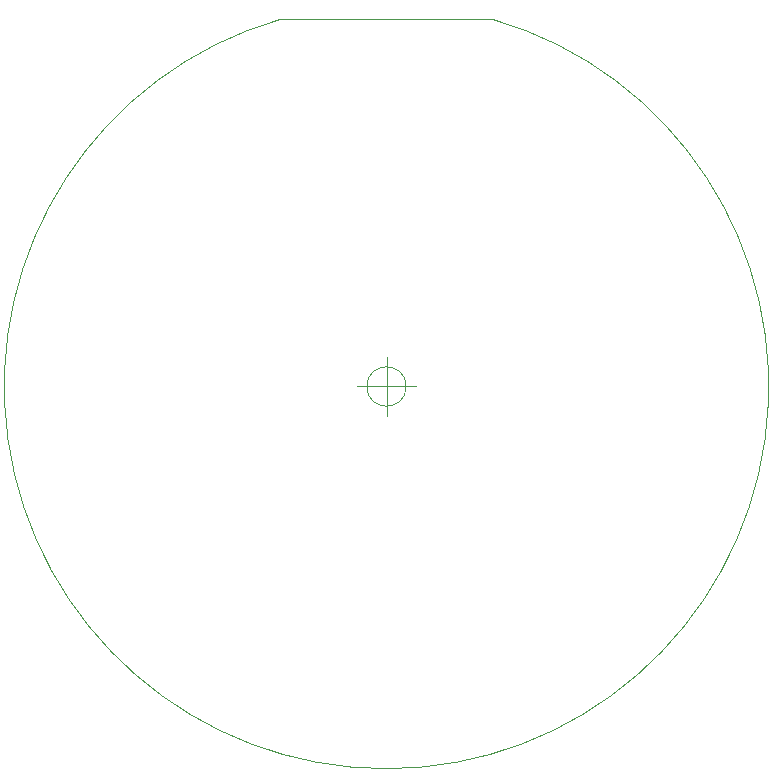
<source format=gbr>
%TF.GenerationSoftware,KiCad,Pcbnew,(6.0.1)*%
%TF.CreationDate,2022-02-03T22:35:59+01:00*%
%TF.ProjectId,ESP8266_12F_BASIC,45535038-3236-4365-9f31-32465f424153,rev?*%
%TF.SameCoordinates,Original*%
%TF.FileFunction,Profile,NP*%
%FSLAX46Y46*%
G04 Gerber Fmt 4.6, Leading zero omitted, Abs format (unit mm)*
G04 Created by KiCad (PCBNEW (6.0.1)) date 2022-02-03 22:35:59*
%MOMM*%
%LPD*%
G01*
G04 APERTURE LIST*
%TA.AperFunction,Profile*%
%ADD10C,0.100000*%
%TD*%
G04 APERTURE END LIST*
D10*
X143510000Y-70485000D02*
X161290000Y-70485000D01*
X143510000Y-70485000D02*
G75*
G03*
X161290000Y-70485000I8890000J-31115000D01*
G01*
X154066666Y-101600000D02*
G75*
G03*
X154066666Y-101600000I-1666666J0D01*
G01*
X149900000Y-101600000D02*
X154900000Y-101600000D01*
X152400000Y-99100000D02*
X152400000Y-104100000D01*
M02*

</source>
